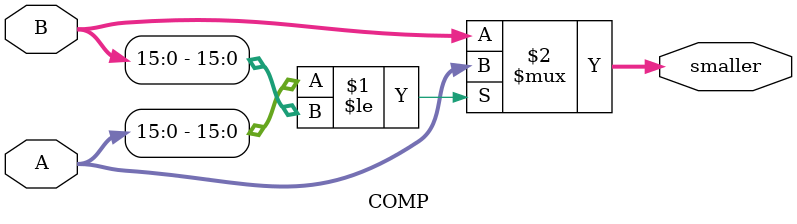
<source format=v>
`include "AFIFO.v"

module CDC #(parameter DSIZE = 8,
			 parameter ASIZE = 4)(
	//Input Port
	rst_n,
	clk1,
    clk2,
	in_valid,
	in_account,
	in_A,
	in_T,

    //Output Port
	ready,
    out_valid,
	out_account
); 
//---------------------------------------------------------------------
//   INPUT AND OUTPUT DECLARATION
//---------------------------------------------------------------------
    input 				rst_n, clk1, clk2, in_valid;
    input [DSIZE - 1:0] in_account, in_A, in_T;

    output reg				 out_valid;
    output reg               ready;
    output reg [DSIZE - 1:0] out_account;
//---------------------------------------------------------------------
//   WIRE AND REG DECLARATION
//---------------------------------------------------------------------
    reg [DSIZE - 1: 0]     ACCOUNT_ff[0: 4];
    reg [DSIZE * 2 - 1: 0] performance_ff[0: 4];
    reg [DSIZE - 1: 0]     out_account_ready;
    reg                    out_valid_ready;
    wire                   winc;
    reg                    rinc_delay;
    
    wire [DSIZE - 1: 0]     AFIFO_account_out, AFIFO_area_out, AFIFO_latency_out;
    wire [DSIZE - 1: 0]     AFIFO_account_in,  AFIFO_area_in,  AFIFO_latency_in;
    wire [DSIZE * 2 - 1: 0] temp_performance;
    wire [2: 0]             best_account;
    wire                    rinc;
    wire                    rempty1, rempty2, rempty3, wfull1, wfull2, wfull3;
    reg [2: 0] counter;
//---------------------------------------------------------------------
//   DESIGN
//---------------------------------------------------------------------
    AFIFO AFIFO_account(
        .rclk(clk2),
        .rinc(rinc),
        .rempty(rempty1),

        .wclk(clk1),
        .winc(winc),
        .wfull(wfull1),

        .rst_n(rst_n),

        .rdata(AFIFO_account_out),
        .wdata(AFIFO_account_in)
        );
    AFIFO AFIFO_latency(
        .rclk(clk2),
        .rinc(rinc),
        .rempty(rempty2),

        .wclk(clk1),
        .winc(winc),
        .wfull(wfull2),

        .rst_n(rst_n),

        .rdata(AFIFO_latency_out),
        .wdata(AFIFO_latency_in)
        );
    AFIFO AFIFO_area(
        .rclk(clk2),
        .rinc(rinc),
        .rempty(rempty3),

        .wclk(clk1),
        .winc(winc),
        .wfull(wfull3),

        .rst_n(rst_n),

        .rdata(AFIFO_area_out),
        .wdata(AFIFO_area_in)
        );

    assign AFIFO_account_in = in_account;
    assign AFIFO_area_in    = in_A;
    assign AFIFO_latency_in = in_T;

    assign rinc = ~rempty1;

    assign winc = in_valid;

    always @(posedge clk2 or negedge rst_n) begin
        if (~rst_n)     counter <= 0;
        else begin
            if (counter < 5 && rinc)
                counter <= counter + 1;
        end
    end

    always @(posedge clk2 or negedge rst_n) begin
        if (~rst_n) begin
            ACCOUNT_ff[0] <= 0;  ACCOUNT_ff[1] <= 0;  ACCOUNT_ff[2] <= 0;  ACCOUNT_ff[3] <= 0;  ACCOUNT_ff[4] <= 0;
        end
        else begin
            if (rinc) begin
                ACCOUNT_ff[0] <= AFIFO_account_out;
                ACCOUNT_ff[1] <= ACCOUNT_ff[0];  ACCOUNT_ff[2] <= ACCOUNT_ff[1];  ACCOUNT_ff[3] <= ACCOUNT_ff[2];  ACCOUNT_ff[4] <= ACCOUNT_ff[3];
            end
        end
    end

    assign temp_performance = AFIFO_area_out * AFIFO_latency_out;
    always @(posedge clk2 or negedge rst_n) begin
        if (~rst_n) begin
            performance_ff[0] <= 0;  performance_ff[1] <= 0;  performance_ff[2] <= 0;  performance_ff[3] <= 0;  performance_ff[4] <= 0;
        end
        else begin
            if (rinc) begin
                performance_ff[0] <= temp_performance;
                performance_ff[1] <= performance_ff[0];  performance_ff[2] <= performance_ff[1];  performance_ff[3] <= performance_ff[2];  performance_ff[4] <= performance_ff[3];
            end
        end
    end

    SMALLEST #(.DSIZE(DSIZE)) S0 (.A(performance_ff[0]), .B(performance_ff[1]), .C(performance_ff[2]),
                                  .D(performance_ff[3]), .E(performance_ff[4]), .smallest(best_account));

    //---------------------------------------------------------------------
    always @(posedge clk2 or negedge rst_n) begin
        if (~rst_n) begin
            out_valid_ready <= 0;
            out_account_ready <= 0;
        end
        else begin
            out_valid_ready <= rinc_delay & (counter == 5);
            out_account_ready <= ACCOUNT_ff[best_account];
        end
    end

    always @(posedge clk2 or negedge rst_n) begin
        if (~rst_n) begin
            out_valid <= 0;
            out_account <= 0;
        end
        else begin
            out_valid <= out_valid_ready;
            out_account <= out_valid_ready? out_account_ready: 0;
        end
    end
    //---------------------------------------------------------------------
    always @(*) begin
        if (~rst_n)
            ready = 0;
        else
            ready = ~wfull1;
    end
    
    always @(posedge clk2 or negedge rst_n)
        if (~rst_n)
            rinc_delay <= 0;
        else
            rinc_delay <= rinc;

endmodule

module SMALLEST #(parameter DSIZE = 8)(A, B, C, D, E, smallest);
    input [DSIZE * 2 - 1: 0] A, B, C, D, E;
    output [2: 0] smallest;

    wire [DSIZE * 2 + 2: 0] tempA, tempB, tempC, tempD, tempE;
    wire [DSIZE * 2 + 2: 0] L1, L2, L3, L4;

    assign tempA = {3'd0, A};   assign tempB = {3'd1, B};
    assign tempC = {3'd2, C};   assign tempD = {3'd3, D};   assign tempE = {3'd4, E};

    COMP #(.DSIZE(DSIZE)) C0(.A(tempA), .B(tempB), .smaller(L1));
    COMP #(.DSIZE(DSIZE)) C1(.A(tempC), .B(tempD), .smaller(L2));
    COMP #(.DSIZE(DSIZE)) C2(.A(L1),    .B(L2),    .smaller(L3));
    COMP #(.DSIZE(DSIZE)) C3(.A(L3),    .B(tempE), .smaller(L4));

    assign smallest = L4[DSIZE * 2 + 2: DSIZE * 2];
endmodule

module COMP #(parameter DSIZE = 8)(A, B, smaller);
    input [DSIZE * 2 + 2: 0] A, B;
    output [DSIZE * 2 + 2: 0] smaller;

    assign smaller = (A[DSIZE * 2 - 1: 0] <= B[DSIZE * 2 - 1: 0])? A: B;
endmodule
</source>
